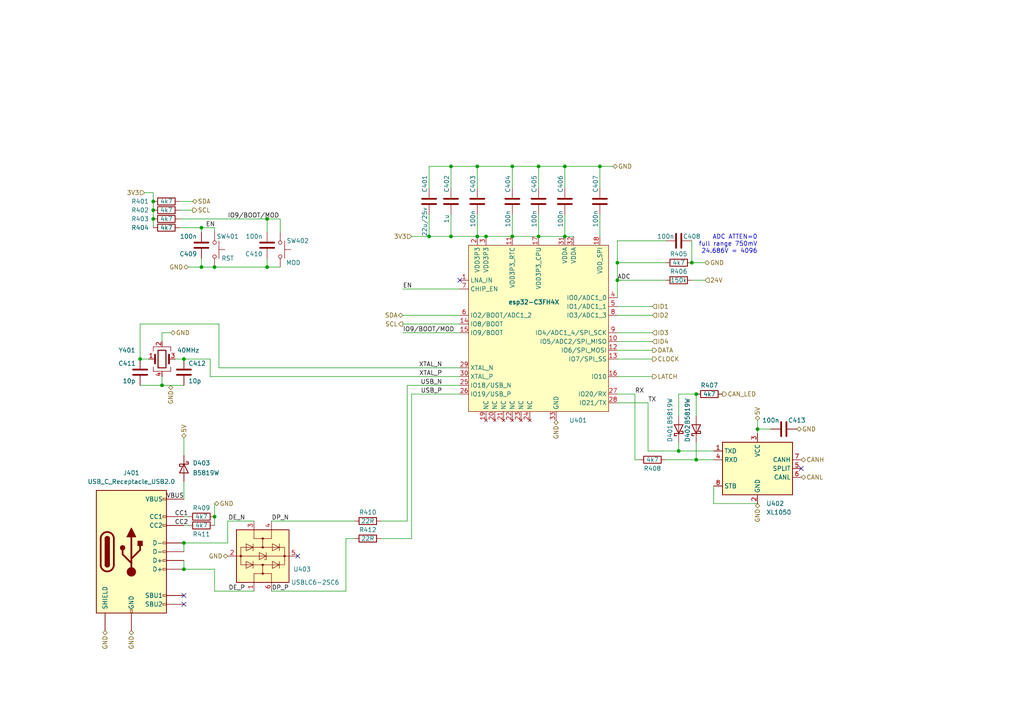
<source format=kicad_sch>
(kicad_sch (version 20211123) (generator eeschema)
  (paper "A4")
  (title_block (title "WormControl-Relay15x5t15-ControlUI") (date "2024-12-19") (rev "0.1") (company "makerspace.lt"))
  (lib_symbols
    (symbol "-local:esp32-C3FH4X"
      (property "Reference" "U" (at 30.48 -53.34 0))
      (property "Value" "esp32-C3FH4X" (at 35.56 -50.8 0))
      (symbol "esp32-C3FH4X_0_1"
        (rectangle (start 0 0) (end 40.64 -48.26) (fill (type background)))
      )
      (symbol "esp32-C3FH4X_1_1"
        (pin input line (at -2.54 -10.16 0) (length 2.54) (name "LNA_IN") (number "1"))
        (pin bidirectional line (at 43.18 -27.94 180) (length 2.54) (name "IO5/ADC2/SPI_MISO") (number "10"))
        (pin power_in line (at 12.7 2.54 270) (length 2.54) (name "VDD3P3_RTC") (number "11"))
        (pin bidirectional line (at 43.18 -30.48 180) (length 2.54) (name "IO6/SPI_MOSI") (number "12"))
        (pin bidirectional line (at 43.18 -33.02 180) (length 2.54) (name "IO7/SPI_SS") (number "13"))
        (pin bidirectional line (at -2.54 -22.86 0) (length 2.54) (name "IO8/BOOT") (number "14"))
        (pin bidirectional line (at -2.54 -25.4 0) (length 2.54) (name "IO9/BOOT") (number "15"))
        (pin bidirectional line (at 43.18 -38.1 180) (length 2.54) (name "IO10") (number "16"))
        (pin power_in line (at 20.32 2.54 270) (length 2.54) (name "VDD3P3_CPU") (number "17"))
        (pin power_out line (at 38.1 2.54 270) (length 2.54) (name "VDD_SPI") (number "18"))
        (pin no_connect line (at 5.08 -50.8 90) (length 2.54) (name "NC") (number "19"))
        (pin power_in line (at 2.54 2.54 270) (length 2.54) (name "VDD3P3") (number "2"))
        (pin no_connect line (at 7.62 -50.8 90) (length 2.54) (name "NC") (number "20"))
        (pin no_connect line (at 10.16 -50.8 90) (length 2.54) (name "NC") (number "21"))
        (pin no_connect line (at 12.7 -50.8 90) (length 2.54) (name "NC") (number "22"))
        (pin no_connect line (at 15.24 -50.8 90) (length 2.54) (name "NC") (number "23"))
        (pin no_connect line (at 17.78 -50.8 90) (length 2.54) (name "NC") (number "24"))
        (pin bidirectional line (at -2.54 -40.64 0) (length 2.54) (name "IO18/USB_N") (number "25"))
        (pin bidirectional line (at -2.54 -43.18 0) (length 2.54) (name "IO19/USB_P") (number "26"))
        (pin bidirectional line (at 43.18 -43.18 180) (length 2.54) (name "IO20/RX") (number "27"))
        (pin bidirectional line (at 43.18 -45.72 180) (length 2.54) (name "IO21/TX") (number "28"))
        (pin bidirectional line (at -2.54 -35.56 0) (length 2.54) (name "XTAL_N") (number "29"))
        (pin power_in line (at 5.08 2.54 270) (length 2.54) (name "VDD3P3") (number "3"))
        (pin bidirectional line (at -2.54 -38.1 0) (length 2.54) (name "XTAL_P") (number "30"))
        (pin power_in line (at 27.94 2.54 270) (length 2.54) (name "VDDA") (number "31"))
        (pin power_in line (at 30.48 2.54 270) (length 2.54) (name "VDDA") (number "32"))
        (pin input line (at 25.4 -50.8 90) (length 2.54) (name "GND") (number "33"))
        (pin bidirectional line (at 43.18 -15.24 180) (length 2.54) (name "IO0/ADC1_0") (number "4"))
        (pin bidirectional line (at 43.18 -17.78 180) (length 2.54) (name "IO1/ADC1_1") (number "5"))
        (pin bidirectional line (at -2.54 -20.32 0) (length 2.54) (name "IO2/BOOT/ADC1_2") (number "6"))
        (pin input line (at -2.54 -12.7 0) (length 2.54) (name "CHIP_EN") (number "7"))
        (pin bidirectional line (at 43.18 -20.32 180) (length 2.54) (name "IO3/ADC1_3") (number "8"))
        (pin bidirectional line (at 43.18 -25.4 180) (length 2.54) (name "IO4/ADC1_4/SPI_SCK") (number "9"))
      )
    )
    (symbol "Connector:USB_C_Receptacle_USB2.0" (pin_numbers hide) (pin_names (offset 1.016))
      (property "Reference" "J" (at -10.16 19.05 0))
      (property "Value" "USB_C_Receptacle_USB2.0" (at 19.05 19.05 0))
      (symbol "USB_C_Receptacle_USB2.0_0_0"
        (rectangle (start -0.254 -17.78) (end 0.254 -16.764))
        (rectangle (start 10.16 -14.986) (end 9.144 -15.494))
        (rectangle (start 10.16 -12.446) (end 9.144 -12.954))
        (rectangle (start 10.16 -4.826) (end 9.144 -5.334))
        (rectangle (start 10.16 -2.286) (end 9.144 -2.794))
        (rectangle (start 10.16 0.254) (end 9.144 -0.254))
        (rectangle (start 10.16 2.794) (end 9.144 2.286))
        (rectangle (start 10.16 7.874) (end 9.144 7.366))
        (rectangle (start 10.16 10.414) (end 9.144 9.906))
        (rectangle (start 10.16 15.494) (end 9.144 14.986))
      )
      (symbol "USB_C_Receptacle_USB2.0_0_1"
        (rectangle (start -10.16 17.78) (end 10.16 -17.78) (stroke (width 0.254)) (fill (type background)))
        (arc (start -8.89 -3.81) (mid -6.985 -5.715) (end -5.08 -3.81) (stroke (width 0.508)))
        (arc (start -7.62 -3.81) (mid -6.985 -4.445) (end -6.35 -3.81) (stroke (width 0.254)))
        (arc (start -7.62 -3.81) (mid -6.985 -4.445) (end -6.35 -3.81) (stroke (width 0.254)) (fill (type outline)))
        (rectangle (start -7.62 -3.81) (end -6.35 3.81) (stroke (width 0.254)) (fill (type outline)))
        (arc (start -6.35 3.81) (mid -6.985 4.445) (end -7.62 3.81) (stroke (width 0.254)))
        (arc (start -6.35 3.81) (mid -6.985 4.445) (end -7.62 3.81) (stroke (width 0.254)) (fill (type outline)))
        (arc (start -5.08 3.81) (mid -6.985 5.715) (end -8.89 3.81) (stroke (width 0.508)))
        (circle (center -2.54 1.143) (radius 0.635) (stroke (width 0.254)) (fill (type outline)))
        (circle (center 0 -5.842) (radius 1.27) (fill (type outline)))
        (polyline (pts (xy -8.89 -3.81) (xy -8.89 3.81)) (stroke (width 0.508)))
        (polyline (pts (xy -5.08 3.81) (xy -5.08 -3.81)) (stroke (width 0.508)))
        (polyline (pts (xy 0 -5.842) (xy 0 4.318)) (stroke (width 0.508)))
        (polyline (pts (xy 0 -3.302) (xy -2.54 -0.762) (xy -2.54 0.508)) (stroke (width 0.508)))
        (polyline (pts (xy 0 -2.032) (xy 2.54 0.508) (xy 2.54 1.778)) (stroke (width 0.508)))
        (polyline (pts (xy -1.27 4.318) (xy 0 6.858) (xy 1.27 4.318) (xy -1.27 4.318)) (stroke (width 0.254)) (fill (type outline)))
        (rectangle (start 1.905 1.778) (end 3.175 3.048) (stroke (width 0.254)) (fill (type outline)))
      )
      (symbol "USB_C_Receptacle_USB2.0_1_1"
        (pin passive line (at 0 -22.86 90) (length 5.08) (name "GND") (number "A1"))
        (pin passive line (at 0 -22.86 90) (length 5.08) hide (name "GND") (number "A12"))
        (pin passive line (at 15.24 15.24 180) (length 5.08) (name "VBUS") (number "A4"))
        (pin bidirectional line (at 15.24 10.16 180) (length 5.08) (name "CC1") (number "A5"))
        (pin bidirectional line (at 15.24 -2.54 180) (length 5.08) (name "D+") (number "A6"))
        (pin bidirectional line (at 15.24 2.54 180) (length 5.08) (name "D-") (number "A7"))
        (pin bidirectional line (at 15.24 -12.7 180) (length 5.08) (name "SBU1") (number "A8"))
        (pin passive line (at 15.24 15.24 180) (length 5.08) hide (name "VBUS") (number "A9"))
        (pin passive line (at 0 -22.86 90) (length 5.08) hide (name "GND") (number "B1"))
        (pin passive line (at 0 -22.86 90) (length 5.08) hide (name "GND") (number "B12"))
        (pin passive line (at 15.24 15.24 180) (length 5.08) hide (name "VBUS") (number "B4"))
        (pin bidirectional line (at 15.24 7.62 180) (length 5.08) (name "CC2") (number "B5"))
        (pin bidirectional line (at 15.24 -5.08 180) (length 5.08) (name "D+") (number "B6"))
        (pin bidirectional line (at 15.24 0 180) (length 5.08) (name "D-") (number "B7"))
        (pin bidirectional line (at 15.24 -15.24 180) (length 5.08) (name "SBU2") (number "B8"))
        (pin passive line (at 15.24 15.24 180) (length 5.08) hide (name "VBUS") (number "B9"))
        (pin passive line (at -7.62 -22.86 90) (length 5.08) (name "SHIELD") (number "S1"))
      )
    )
    (symbol "Device:C" (pin_numbers hide) (pin_names (offset 0.254))
      (property "Reference" "C" (at 0.635 2.54 0))
      (property "Value" "C" (at 0.635 -2.54 0))
      (symbol "C_0_1"
        (polyline (pts (xy -2.032 -0.762) (xy 2.032 -0.762)) (stroke (width 0.508)))
        (polyline (pts (xy -2.032 0.762) (xy 2.032 0.762)) (stroke (width 0.508)))
      )
      (symbol "C_1_1"
        (pin passive line (at 0 3.81 270) (length 2.794) (name "~") (number "1"))
        (pin passive line (at 0 -3.81 90) (length 2.794) (name "~") (number "2"))
      )
    )
    (symbol "Device:Crystal_GND24" (pin_names (offset 1.016) hide)
      (property "Reference" "Y" (at 3.175 5.08 0))
      (property "Value" "Crystal_GND24" (at 3.175 3.175 0))
      (symbol "Crystal_GND24_0_1"
        (rectangle (start -1.143 2.54) (end 1.143 -2.54) (stroke (width 0.3048)))
        (polyline (pts (xy -2.54 0) (xy -2.032 0)))
        (polyline (pts (xy -2.032 -1.27) (xy -2.032 1.27)) (stroke (width 0.508)))
        (polyline (pts (xy 0 -3.81) (xy 0 -3.556)))
        (polyline (pts (xy 0 3.556) (xy 0 3.81)))
        (polyline (pts (xy 2.032 -1.27) (xy 2.032 1.27)) (stroke (width 0.508)))
        (polyline (pts (xy 2.032 0) (xy 2.54 0)))
        (polyline (pts (xy -2.54 -2.286) (xy -2.54 -3.556) (xy 2.54 -3.556) (xy 2.54 -2.286)))
        (polyline (pts (xy -2.54 2.286) (xy -2.54 3.556) (xy 2.54 3.556) (xy 2.54 2.286)))
      )
      (symbol "Crystal_GND24_1_1"
        (pin passive line (at -3.81 0 0) (length 1.27) (name "1") (number "1"))
        (pin passive line (at 0 5.08 270) (length 1.27) (name "2") (number "2"))
        (pin passive line (at 3.81 0 180) (length 1.27) (name "3") (number "3"))
        (pin passive line (at 0 -5.08 90) (length 1.27) (name "4") (number "4"))
      )
    )
    (symbol "Device:D_Schottky" (pin_numbers hide) (pin_names (offset 1.016) hide)
      (property "Reference" "D" (at 0 2.54 0))
      (property "Value" "D_Schottky" (at 0 -2.54 0))
      (symbol "D_Schottky_0_1"
        (polyline (pts (xy 1.27 0) (xy -1.27 0)))
        (polyline (pts (xy 1.27 1.27) (xy 1.27 -1.27) (xy -1.27 0) (xy 1.27 1.27)) (stroke (width 0.254)))
        (polyline (pts (xy -1.905 0.635) (xy -1.905 1.27) (xy -1.27 1.27) (xy -1.27 -1.27) (xy -0.635 -1.27) (xy -0.635 -0.635)) (stroke (width 0.254)))
      )
      (symbol "D_Schottky_1_1"
        (pin passive line (at -3.81 0 0) (length 2.54) (name "K") (number "1"))
        (pin passive line (at 3.81 0 180) (length 2.54) (name "A") (number "2"))
      )
    )
    (symbol "Device:R" (pin_numbers hide) (pin_names (offset 0))
      (property "Reference" "R" (at 2.032 0 90))
      (property "Value" "R" (at 0 0 90))
      (symbol "R_0_1"
        (rectangle (start -1.016 -2.54) (end 1.016 2.54) (stroke (width 0.254)))
      )
      (symbol "R_1_1"
        (pin passive line (at 0 3.81 270) (length 1.27) (name "~") (number "1"))
        (pin passive line (at 0 -3.81 90) (length 1.27) (name "~") (number "2"))
      )
    )
    (symbol "Interface_CAN_LIN:TJA1042T"
      (property "Reference" "U" (at -10.16 8.89 0))
      (property "Value" "TJA1042T" (at 1.27 8.89 0))
      (symbol "TJA1042T_0_1"
        (rectangle (start -10.16 7.62) (end 10.16 -7.62) (stroke (width 0.254)) (fill (type background)))
      )
      (symbol "TJA1042T_1_1"
        (pin input line (at -12.7 5.08 0) (length 2.54) (name "TXD") (number "1"))
        (pin power_in line (at 0 -10.16 90) (length 2.54) (name "GND") (number "2"))
        (pin power_in line (at 0 10.16 270) (length 2.54) (name "VCC") (number "3"))
        (pin output line (at -12.7 2.54 0) (length 2.54) (name "RXD") (number "4"))
        (pin power_out line (at 12.7 0 180) (length 2.54) (name "SPLIT") (number "5"))
        (pin bidirectional line (at 12.7 -2.54 180) (length 2.54) (name "CANL") (number "6"))
        (pin bidirectional line (at 12.7 2.54 180) (length 2.54) (name "CANH") (number "7"))
        (pin input line (at -12.7 -5.08 0) (length 2.54) (name "STB") (number "8"))
      )
    )
    (symbol "Power_Protection:USBLC6-2SC6" (pin_names hide)
      (property "Reference" "U" (at 2.54 8.89 0))
      (property "Value" "USBLC6-2SC6" (at 2.54 -8.89 0))
      (symbol "USBLC6-2SC6_0_1"
        (rectangle (start -7.62 -7.62) (end 7.62 7.62) (stroke (width 0.254)) (fill (type background)))
        (circle (center -5.08 0) (radius 0.254) (fill (type outline)))
        (circle (center -2.54 0) (radius 0.254) (fill (type outline)))
        (rectangle (start -2.54 6.35) (end 2.54 -6.35))
        (circle (center 0 -6.35) (radius 0.254) (fill (type outline)))
        (polyline (pts (xy -5.08 -2.54) (xy -7.62 -2.54)))
        (polyline (pts (xy -5.08 0) (xy -5.08 -2.54)))
        (polyline (pts (xy -5.08 2.54) (xy -7.62 2.54)))
        (polyline (pts (xy -1.524 -2.794) (xy -3.556 -2.794)))
        (polyline (pts (xy -1.524 4.826) (xy -3.556 4.826)))
        (polyline (pts (xy 0 -7.62) (xy 0 -6.35)))
        (polyline (pts (xy 0 -6.35) (xy 0 1.27)))
        (polyline (pts (xy 0 1.27) (xy 0 6.35)))
        (polyline (pts (xy 0 6.35) (xy 0 7.62)))
        (polyline (pts (xy 1.524 -2.794) (xy 3.556 -2.794)))
        (polyline (pts (xy 1.524 4.826) (xy 3.556 4.826)))
        (polyline (pts (xy 5.08 -2.54) (xy 7.62 -2.54)))
        (polyline (pts (xy 5.08 0) (xy 5.08 -2.54)))
        (polyline (pts (xy 5.08 2.54) (xy 7.62 2.54)))
        (polyline (pts (xy -2.54 0) (xy -5.08 0) (xy -5.08 2.54)))
        (polyline (pts (xy 2.54 0) (xy 5.08 0) (xy 5.08 2.54)))
        (polyline (pts (xy -3.556 -4.826) (xy -1.524 -4.826) (xy -2.54 -2.794) (xy -3.556 -4.826)))
        (polyline (pts (xy -3.556 2.794) (xy -1.524 2.794) (xy -2.54 4.826) (xy -3.556 2.794)))
        (polyline (pts (xy -1.016 -1.016) (xy 1.016 -1.016) (xy 0 1.016) (xy -1.016 -1.016)))
        (polyline (pts (xy 1.016 1.016) (xy 0.762 1.016) (xy -1.016 1.016) (xy -1.016 0.508)))
        (polyline (pts (xy 3.556 -4.826) (xy 1.524 -4.826) (xy 2.54 -2.794) (xy 3.556 -4.826)))
        (polyline (pts (xy 3.556 2.794) (xy 1.524 2.794) (xy 2.54 4.826) (xy 3.556 2.794)))
        (circle (center 0 6.35) (radius 0.254) (fill (type outline)))
        (circle (center 2.54 0) (radius 0.254) (fill (type outline)))
        (circle (center 5.08 0) (radius 0.254) (fill (type outline)))
      )
      (symbol "USBLC6-2SC6_1_1"
        (pin passive line (at -10.16 -2.54 0) (length 2.54) (name "I/O1") (number "1"))
        (pin passive line (at 0 -10.16 90) (length 2.54) (name "GND") (number "2"))
        (pin passive line (at 10.16 -2.54 180) (length 2.54) (name "I/O2") (number "3"))
        (pin passive line (at 10.16 2.54 180) (length 2.54) (name "I/O2") (number "4"))
        (pin passive line (at 0 10.16 270) (length 2.54) (name "VBUS") (number "5"))
        (pin passive line (at -10.16 2.54 0) (length 2.54) (name "I/O1") (number "6"))
      )
    )
    (symbol "Switch:SW_Push" (pin_numbers hide) (pin_names (offset 1.016) hide)
      (property "Reference" "SW" (at 1.27 2.54 0))
      (property "Value" "SW_Push" (at 0 -1.524 0))
      (symbol "SW_Push_0_1"
        (circle (center -2.032 0) (radius 0.508))
        (polyline (pts (xy 0 1.27) (xy 0 3.048)))
        (polyline (pts (xy 2.54 1.27) (xy -2.54 1.27)))
        (circle (center 2.032 0) (radius 0.508))
        (pin passive line (at -5.08 0 0) (length 2.54) (name "1") (number "1"))
        (pin passive line (at 5.08 0 180) (length 2.54) (name "2") (number "2"))
      )
    )
  )
  (junction (at 219.71 124.46))
  (junction (at 200.66 76.2))
  (junction (at 40.64 104.14))
  (junction (at 77.47 63.5))
  (junction (at 179.07 76.2))
  (junction (at 156.21 68.58))
  (junction (at 163.83 48.26))
  (junction (at 58.42 66.04))
  (junction (at 138.43 68.58))
  (junction (at 201.93 133.35))
  (junction (at 148.59 48.26))
  (junction (at 44.45 60.96))
  (junction (at 201.93 114.3))
  (junction (at 62.23 77.47))
  (junction (at 163.83 68.58))
  (junction (at 53.34 165.1))
  (junction (at 130.81 68.58))
  (junction (at 44.45 58.42))
  (junction (at 77.47 77.47))
  (junction (at 196.85 130.81))
  (junction (at 62.23 149.86))
  (junction (at 140.97 68.58))
  (junction (at 148.59 68.58))
  (junction (at 46.99 111.76))
  (junction (at 173.99 48.26))
  (junction (at 44.45 63.5))
  (junction (at 138.43 48.26))
  (junction (at 53.34 104.14))
  (junction (at 130.81 48.26))
  (junction (at 53.34 157.48))
  (junction (at 156.21 48.26))
  (junction (at 124.46 68.58))
  (junction (at 58.42 77.47))
  (junction (at 179.07 81.28))
  (no_connect (at 232.41 135.89))
  (no_connect (at 53.34 172.72))
  (no_connect (at 53.34 175.26))
  (no_connect (at 133.35 81.28))
  (no_connect (at 86.36 161.29))
  (wire (pts (xy 53.34 139.7) (xy 53.34 144.78)))
  (wire (pts (xy 110.49 151.13) (xy 118.11 151.13)))
  (wire (pts (xy 207.01 146.05) (xy 219.71 146.05)))
  (wire (pts (xy 116.84 93.98) (xy 133.35 93.98)))
  (wire (pts (xy 116.84 91.44) (xy 133.35 91.44)))
  (wire (pts (xy 63.5 106.68) (xy 63.5 93.98)))
  (wire (pts (xy 200.66 69.85) (xy 200.66 76.2)))
  (wire (pts (xy 52.07 63.5) (xy 77.47 63.5)))
  (wire (pts (xy 184.15 133.35) (xy 185.42 133.35)))
  (wire (pts (xy 163.83 62.23) (xy 163.83 68.58)))
  (wire (pts (xy 184.15 114.3) (xy 179.07 114.3)))
  (wire (pts (xy 63.5 106.68) (xy 133.35 106.68)))
  (wire (pts (xy 78.74 151.13) (xy 102.87 151.13)))
  (wire (pts (xy 189.23 96.52) (xy 179.07 96.52)))
  (wire (pts (xy 156.21 62.23) (xy 156.21 68.58)))
  (wire (pts (xy 52.07 66.04) (xy 58.42 66.04)))
  (wire (pts (xy 100.33 171.45) (xy 100.33 156.21)))
  (wire (pts (xy 189.23 104.14) (xy 179.07 104.14)))
  (wire (pts (xy 44.45 63.5) (xy 44.45 66.04)))
  (wire (pts (xy 46.99 96.52) (xy 49.53 96.52)))
  (wire (pts (xy 138.43 68.58) (xy 138.43 62.23)))
  (wire (pts (xy 140.97 68.58) (xy 148.59 68.58)))
  (wire (pts (xy 81.28 63.5) (xy 81.28 67.31)))
  (wire (pts (xy 124.46 48.26) (xy 130.81 48.26)))
  (wire (pts (xy 62.23 146.05) (xy 62.23 149.86)))
  (wire (pts (xy 201.93 114.3) (xy 201.93 120.65)))
  (wire (pts (xy 44.45 58.42) (xy 44.45 60.96)))
  (wire (pts (xy 77.47 63.5) (xy 77.47 67.31)))
  (wire (pts (xy 77.47 77.47) (xy 81.28 77.47)))
  (wire (pts (xy 66.04 157.48) (xy 53.34 157.48)))
  (wire (pts (xy 196.85 114.3) (xy 196.85 120.65)))
  (wire (pts (xy 163.83 54.61) (xy 163.83 48.26)))
  (wire (pts (xy 193.04 76.2) (xy 179.07 76.2)))
  (wire (pts (xy 179.07 81.28) (xy 179.07 76.2)))
  (wire (pts (xy 201.93 114.3) (xy 196.85 114.3)))
  (wire (pts (xy 196.85 128.27) (xy 196.85 130.81)))
  (wire (pts (xy 62.23 171.45) (xy 62.23 165.1)))
  (wire (pts (xy 58.42 74.93) (xy 58.42 77.47)))
  (wire (pts (xy 148.59 68.58) (xy 156.21 68.58)))
  (wire (pts (xy 124.46 54.61) (xy 124.46 48.26)))
  (wire (pts (xy 58.42 67.31) (xy 58.42 66.04)))
  (wire (pts (xy 173.99 54.61) (xy 173.99 48.26)))
  (wire (pts (xy 196.85 130.81) (xy 207.01 130.81)))
  (wire (pts (xy 156.21 48.26) (xy 156.21 54.61)))
  (wire (pts (xy 100.33 156.21) (xy 102.87 156.21)))
  (wire (pts (xy 119.38 156.21) (xy 119.38 114.3)))
  (wire (pts (xy 219.71 121.92) (xy 219.71 124.46)))
  (wire (pts (xy 55.88 60.96) (xy 52.07 60.96)))
  (wire (pts (xy 173.99 48.26) (xy 163.83 48.26)))
  (wire (pts (xy 124.46 62.23) (xy 124.46 68.58)))
  (wire (pts (xy 200.66 81.28) (xy 204.47 81.28)))
  (wire (pts (xy 40.64 93.98) (xy 40.64 104.14)))
  (wire (pts (xy 130.81 68.58) (xy 138.43 68.58)))
  (wire (pts (xy 201.93 128.27) (xy 201.93 133.35)))
  (wire (pts (xy 77.47 63.5) (xy 81.28 63.5)))
  (wire (pts (xy 119.38 114.3) (xy 133.35 114.3)))
  (wire (pts (xy 44.45 55.88) (xy 44.45 58.42)))
  (wire (pts (xy 138.43 48.26) (xy 138.43 54.61)))
  (wire (pts (xy 40.64 111.76) (xy 46.99 111.76)))
  (wire (pts (xy 41.91 55.88) (xy 44.45 55.88)))
  (wire (pts (xy 73.66 171.45) (xy 62.23 171.45)))
  (wire (pts (xy 116.84 96.52) (xy 133.35 96.52)))
  (wire (pts (xy 53.34 127) (xy 53.34 132.08)))
  (wire (pts (xy 189.23 109.22) (xy 179.07 109.22)))
  (wire (pts (xy 60.96 109.22) (xy 60.96 104.14)))
  (wire (pts (xy 60.96 109.22) (xy 133.35 109.22)))
  (wire (pts (xy 63.5 93.98) (xy 40.64 93.98)))
  (wire (pts (xy 62.23 149.86) (xy 62.23 152.4)))
  (wire (pts (xy 118.11 111.76) (xy 118.11 151.13)))
  (wire (pts (xy 200.66 76.2) (xy 204.47 76.2)))
  (wire (pts (xy 156.21 48.26) (xy 148.59 48.26)))
  (wire (pts (xy 179.07 69.85) (xy 179.07 76.2)))
  (wire (pts (xy 50.8 104.14) (xy 53.34 104.14)))
  (wire (pts (xy 119.38 68.58) (xy 124.46 68.58)))
  (wire (pts (xy 219.71 124.46) (xy 223.52 124.46)))
  (wire (pts (xy 118.11 111.76) (xy 133.35 111.76)))
  (wire (pts (xy 184.15 114.3) (xy 184.15 133.35)))
  (wire (pts (xy 207.01 140.97) (xy 207.01 146.05)))
  (wire (pts (xy 46.99 111.76) (xy 53.34 111.76)))
  (wire (pts (xy 173.99 48.26) (xy 177.8 48.26)))
  (wire (pts (xy 148.59 48.26) (xy 138.43 48.26)))
  (wire (pts (xy 193.04 133.35) (xy 201.93 133.35)))
  (wire (pts (xy 62.23 77.47) (xy 77.47 77.47)))
  (wire (pts (xy 58.42 66.04) (xy 62.23 66.04)))
  (wire (pts (xy 187.96 116.84) (xy 187.96 130.81)))
  (wire (pts (xy 189.23 99.06) (xy 179.07 99.06)))
  (wire (pts (xy 196.85 130.81) (xy 187.96 130.81)))
  (wire (pts (xy 55.88 58.42) (xy 52.07 58.42)))
  (wire (pts (xy 40.64 104.14) (xy 43.18 104.14)))
  (wire (pts (xy 54.61 152.4) (xy 53.34 152.4)))
  (wire (pts (xy 130.81 48.26) (xy 138.43 48.26)))
  (wire (pts (xy 130.81 48.26) (xy 130.81 54.61)))
  (wire (pts (xy 54.61 77.47) (xy 58.42 77.47)))
  (wire (pts (xy 193.04 81.28) (xy 179.07 81.28)))
  (wire (pts (xy 53.34 157.48) (xy 53.34 160.02)))
  (wire (pts (xy 189.23 91.44) (xy 179.07 91.44)))
  (wire (pts (xy 189.23 101.6) (xy 179.07 101.6)))
  (wire (pts (xy 148.59 62.23) (xy 148.59 68.58)))
  (wire (pts (xy 163.83 48.26) (xy 156.21 48.26)))
  (wire (pts (xy 148.59 48.26) (xy 148.59 54.61)))
  (wire (pts (xy 201.93 133.35) (xy 207.01 133.35)))
  (wire (pts (xy 130.81 62.23) (xy 130.81 68.58)))
  (wire (pts (xy 163.83 68.58) (xy 166.37 68.58)))
  (wire (pts (xy 58.42 77.47) (xy 62.23 77.47)))
  (wire (pts (xy 187.96 116.84) (xy 179.07 116.84)))
  (wire (pts (xy 46.99 99.06) (xy 46.99 96.52)))
  (wire (pts (xy 53.34 162.56) (xy 53.34 165.1)))
  (wire (pts (xy 62.23 67.31) (xy 62.23 66.04)))
  (wire (pts (xy 54.61 149.86) (xy 53.34 149.86)))
  (wire (pts (xy 173.99 62.23) (xy 173.99 68.58)))
  (wire (pts (xy 116.84 83.82) (xy 133.35 83.82)))
  (wire (pts (xy 110.49 156.21) (xy 119.38 156.21)))
  (wire (pts (xy 189.23 88.9) (xy 179.07 88.9)))
  (wire (pts (xy 73.66 151.13) (xy 66.04 151.13)))
  (wire (pts (xy 77.47 74.93) (xy 77.47 77.47)))
  (wire (pts (xy 44.45 60.96) (xy 44.45 63.5)))
  (wire (pts (xy 62.23 165.1) (xy 53.34 165.1)))
  (wire (pts (xy 140.97 68.58) (xy 138.43 68.58)))
  (wire (pts (xy 46.99 109.22) (xy 46.99 111.76)))
  (wire (pts (xy 193.04 69.85) (xy 179.07 69.85)))
  (wire (pts (xy 78.74 171.45) (xy 100.33 171.45)))
  (wire (pts (xy 179.07 81.28) (xy 179.07 86.36)))
  (wire (pts (xy 66.04 151.13) (xy 66.04 157.48)))
  (wire (pts (xy 219.71 124.46) (xy 219.71 125.73)))
  (wire (pts (xy 156.21 68.58) (xy 163.83 68.58)))
  (wire (pts (xy 124.46 68.58) (xy 130.81 68.58)))
  (wire (pts (xy 60.96 104.14) (xy 53.34 104.14)))
  (text "ADC ATTEN=0\nfull range 750mV\n24.686V = 4096" (at 219.71 73.66 180) (effects (font (size 1.27 1.27)) (justify right bottom)))
  (label "VBUS" (at 53.34 144.78 180))
  (label "USB_N" (at 128.27 111.76 180))
  (label "XTAL_N" (at 128.27 106.68 180))
  (label "DP_P" (at 83.82 171.45 180))
  (label "ADC" (at 179.07 81.28 0))
  (label "XTAL_P" (at 128.27 109.22 180))
  (label "EN" (at 116.84 83.82 0))
  (label "CC2" (at 54.61 152.4 180))
  (label "DE_N" (at 71.12 151.13 180))
  (label "RX" (at 184.15 114.3 0))
  (label "USB_P" (at 128.27 114.3 180))
  (label "CC1" (at 54.61 149.86 180))
  (label "DP_N" (at 83.82 151.13 180))
  (label "IO9{slash}BOOT{slash}MOD" (at 66.04 63.5 0))
  (label "TX" (at 187.96 116.84 0))
  (label "DE_P" (at 71.12 171.45 180))
  (label "EN" (at 59.69 66.04 0))
  (label "IO9{slash}BOOT{slash}MOD" (at 116.84 96.52 0))
  (hierarchical_label "24V" (shape input) (at 204.47 81.28 0))
  (hierarchical_label "GND" (shape bidirectional) (at 66.04 161.29 180))
  (hierarchical_label "3V3" (shape input) (at 119.38 68.58 180))
  (hierarchical_label "5V" (shape bidirectional) (at 219.71 121.92 90))
  (hierarchical_label "GND" (shape bidirectional) (at 54.61 77.47 180))
  (hierarchical_label "3V3" (shape input) (at 41.91 55.88 180))
  (hierarchical_label "GND" (shape bidirectional) (at 62.23 146.05 0))
  (hierarchical_label "CAN_LED" (shape output) (at 209.55 114.3 0))
  (hierarchical_label "SCL" (shape output) (at 55.88 60.96 0))
  (hierarchical_label "GND" (shape bidirectional) (at 38.1 182.88 270))
  (hierarchical_label "GND" (shape bidirectional) (at 161.29 121.92 270))
  (hierarchical_label "DATA" (shape output) (at 189.23 101.6 0))
  (hierarchical_label "ID3" (shape input) (at 189.23 96.52 0))
  (hierarchical_label "GND" (shape bidirectional) (at 49.53 111.76 270))
  (hierarchical_label "SDA" (shape bidirectional) (at 116.84 91.44 180))
  (hierarchical_label "CANH" (shape bidirectional) (at 232.41 133.35 0))
  (hierarchical_label "LATCH" (shape output) (at 189.23 109.22 0))
  (hierarchical_label "SDA" (shape bidirectional) (at 55.88 58.42 0))
  (hierarchical_label "5V" (shape bidirectional) (at 53.34 127 90))
  (hierarchical_label "CANL" (shape bidirectional) (at 232.41 138.43 0))
  (hierarchical_label "GND" (shape bidirectional) (at 177.8 48.26 0))
  (hierarchical_label "GND" (shape bidirectional) (at 204.47 76.2 0))
  (hierarchical_label "CLOCK" (shape output) (at 189.23 104.14 0))
  (hierarchical_label "ID1" (shape input) (at 189.23 88.9 0))
  (hierarchical_label "ID4" (shape input) (at 189.23 99.06 0))
  (hierarchical_label "GND" (shape bidirectional) (at 231.14 124.46 0))
  (hierarchical_label "GND" (shape bidirectional) (at 49.53 96.52 0))
  (hierarchical_label "GND" (shape bidirectional) (at 219.71 146.05 270))
  (hierarchical_label "GND" (shape bidirectional) (at 30.48 182.88 270))
  (hierarchical_label "ID2" (shape input) (at 189.23 91.44 0))
  (hierarchical_label "SCL" (shape output) (at 116.84 93.98 180))
  (symbol (lib_id "Device:R") (at 48.26 63.5 90) (unit 1)
    (property "Reference" "R403" (at 40.64 63.5 90))
    (property "Value" "4k7" (at 48.26 63.5 90))
    (property "Footprint" "Resistor_SMD:R_0805_2012Metric_Pad1.20x1.40mm_HandSolder" (effects hide))
    (property "jlc-part-type" "B" (effects hide))
    (property "lcsc#" "C17673" (effects hide))
  )
  (symbol (lib_id "Connector:USB_C_Receptacle_USB2.0") (at 38.1 160.02 0) (unit 1)
    (property "Reference" "J401" (at 38.1 137.16 0))
    (property "Value" "USB_C_Receptacle_USB2.0" (at 38.1 139.7 0))
    (property "Footprint" "-local:USB_C_Receptacle_G-Switch_GT-USB-7082G" (effects hide))
    (property "Datasheet" "https://www.lcsc.com/datasheet/lcsc_datasheet_2405271642_G-Switch-GT-USB-7082G_C22383836.pdf" (effects hide))
    (property "jlc-part-type" "E" (effects hide))
    (property "lcsc#" "C22383836" (effects hide))
  )
  (symbol (lib_id "Device:R") (at 205.74 114.3 270) (unit 1)
    (property "Reference" "R407" (at 205.74 111.76 90))
    (property "Value" "4k7" (at 205.74 114.3 90))
    (property "Footprint" "Resistor_SMD:R_0805_2012Metric_Pad1.20x1.40mm_HandSolder" (effects hide))
    (property "jlc-part-type" "B" (effects hide))
    (property "lcsc#" "C17673" (effects hide))
  )
  (symbol (lib_id "Device:R") (at 106.68 156.21 90) (unit 1)
    (property "Reference" "R412" (at 106.68 153.67 90))
    (property "Value" "22R" (at 106.68 156.21 90))
    (property "Footprint" "Resistor_SMD:R_0805_2012Metric_Pad1.20x1.40mm_HandSolder" (effects hide))
    (property "jlc-part-type" "B" (effects hide))
    (property "lcsc#" "C17561" (effects hide))
  )
  (symbol (lib_id "Device:C") (at 173.99 58.42 180) (unit 1)
    (property "Reference" "C407" (at 172.72 50.8 90) (effects (justify left)))
    (property "Value" "100n" (at 172.72 60.96 90) (effects (justify left)))
    (property "Footprint" "Capacitor_SMD:C_0805_2012Metric_Pad1.18x1.45mm_HandSolder" (effects hide))
    (property "Datasheet" "https://www.lcsc.com/datasheet/lcsc_datasheet_2304140030_Samsung-Electro-Mechanics-CL21B104KCFNNNE_C28233.pdf" (effects hide))
    (property "jlc-part-type" "B" (effects hide))
    (property "lcsc#" "C28233" (effects hide))
  )
  (symbol (lib_id "Device:R") (at 106.68 151.13 90) (unit 1)
    (property "Reference" "R410" (at 106.68 148.59 90))
    (property "Value" "22R" (at 106.68 151.13 90))
    (property "Footprint" "Resistor_SMD:R_0805_2012Metric_Pad1.20x1.40mm_HandSolder" (effects hide))
    (property "jlc-part-type" "B" (effects hide))
    (property "lcsc#" "C17561" (effects hide))
  )
  (symbol (lib_id "Device:R") (at 58.42 152.4 270) (unit 1)
    (property "Reference" "R411" (at 58.42 154.94 90))
    (property "Value" "4k7" (at 58.42 152.4 90))
    (property "Footprint" "Resistor_SMD:R_0805_2012Metric_Pad1.20x1.40mm_HandSolder" (effects hide))
    (property "jlc-part-type" "B" (effects hide))
    (property "lcsc#" "C17673" (effects hide))
  )
  (symbol (lib_id "Device:R") (at 196.85 81.28 90) (unit 1)
    (property "Reference" "R406" (at 196.85 78.74 90))
    (property "Value" "150k" (at 196.85 81.28 90))
    (property "Footprint" "Resistor_SMD:R_0805_2012Metric_Pad1.20x1.40mm_HandSolder" (effects hide))
    (property "jlc-part-type" "B" (effects hide))
    (property "lcsc#" "C17470" (effects hide))
  )
  (symbol (lib_id "Device:C") (at 196.85 69.85 90) (unit 1)
    (property "Reference" "C408" (at 203.2 68.58 90) (effects (justify left)))
    (property "Value" "100n" (at 195.58 68.58 90) (effects (justify left)))
    (property "Footprint" "Capacitor_SMD:C_0805_2012Metric_Pad1.18x1.45mm_HandSolder" (effects hide))
    (property "Datasheet" "https://www.lcsc.com/datasheet/lcsc_datasheet_2304140030_Samsung-Electro-Mechanics-CL21B104KCFNNNE_C28233.pdf" (effects hide))
    (property "jlc-part-type" "B" (effects hide))
    (property "lcsc#" "C28233" (effects hide))
  )
  (symbol (lib_id "Device:R") (at 48.26 66.04 90) (unit 1)
    (property "Reference" "R404" (at 40.64 66.04 90))
    (property "Value" "4k7" (at 48.26 66.04 90))
    (property "Footprint" "Resistor_SMD:R_0805_2012Metric_Pad1.20x1.40mm_HandSolder" (effects hide))
    (property "jlc-part-type" "B" (effects hide))
    (property "lcsc#" "C17673" (effects hide))
  )
  (symbol (lib_id "Device:C") (at 148.59 58.42 180) (unit 1)
    (property "Reference" "C404" (at 147.32 50.8 90) (effects (justify left)))
    (property "Value" "100n" (at 147.32 60.96 90) (effects (justify left)))
    (property "Footprint" "Capacitor_SMD:C_0805_2012Metric_Pad1.18x1.45mm_HandSolder" (effects hide))
    (property "Datasheet" "https://www.lcsc.com/datasheet/lcsc_datasheet_2304140030_Samsung-Electro-Mechanics-CL21B104KCFNNNE_C28233.pdf" (effects hide))
    (property "jlc-part-type" "B" (effects hide))
    (property "lcsc#" "C28233" (effects hide))
  )
  (symbol (lib_id "Device:C") (at 163.83 58.42 180) (unit 1)
    (property "Reference" "C406" (at 162.56 50.8 90) (effects (justify left)))
    (property "Value" "100n" (at 162.56 60.96 90) (effects (justify left)))
    (property "Footprint" "Capacitor_SMD:C_0805_2012Metric_Pad1.18x1.45mm_HandSolder" (effects hide))
    (property "Datasheet" "https://www.lcsc.com/datasheet/lcsc_datasheet_2304140030_Samsung-Electro-Mechanics-CL21B104KCFNNNE_C28233.pdf" (effects hide))
    (property "jlc-part-type" "B" (effects hide))
    (property "lcsc#" "C28233" (effects hide))
  )
  (symbol (lib_id "Device:C") (at 138.43 58.42 180) (unit 1)
    (property "Reference" "C403" (at 137.16 50.8 90) (effects (justify left)))
    (property "Value" "100n" (at 137.16 60.96 90) (effects (justify left)))
    (property "Footprint" "Capacitor_SMD:C_0805_2012Metric_Pad1.18x1.45mm_HandSolder" (effects hide))
    (property "Datasheet" "https://www.lcsc.com/datasheet/lcsc_datasheet_2304140030_Samsung-Electro-Mechanics-CL21B104KCFNNNE_C28233.pdf" (effects hide))
    (property "jlc-part-type" "B" (effects hide))
    (property "lcsc#" "C28233" (effects hide))
  )
  (symbol (lib_id "Device:C") (at 58.42 71.12 180) (unit 1)
    (property "Reference" "C409" (at 57.15 73.66 0) (effects (justify left)))
    (property "Value" "100n" (at 57.15 68.58 0) (effects (justify left)))
    (property "Footprint" "Capacitor_SMD:C_0805_2012Metric_Pad1.18x1.45mm_HandSolder" (effects hide))
    (property "Datasheet" "https://www.lcsc.com/datasheet/lcsc_datasheet_2304140030_Samsung-Electro-Mechanics-CL21B104KCFNNNE_C28233.pdf" (effects hide))
    (property "jlc-part-type" "B" (effects hide))
    (property "lcsc#" "C28233" (effects hide))
  )
  (symbol (lib_id "Device:D_Schottky") (at 53.34 135.89 270) (unit 1)
    (property "Reference" "D403" (at 55.88 134.3024 90) (effects (justify left)))
    (property "Value" "B5819W" (at 55.88 137.16 90) (effects (justify left)))
    (property "Footprint" "Diode_SMD:D_SOD-123" (effects hide))
    (property "Datasheet" "https://www.lcsc.com/datasheet/lcsc_datasheet_2304140030_Jiangsu-Changjing-Electronics-Technology-Co---Ltd--B5819W-SL_C8598.pdf" (effects hide))
    (property "jlc-part-type" "B" (effects hide))
    (property "lcsc#" "C8598" (effects hide))
  )
  (symbol (lib_id "Interface_CAN_LIN:TJA1042T") (at 219.71 135.89 0) (unit 1)
    (property "Reference" "U402" (at 222.25 146.05 0) (effects (justify left)))
    (property "Value" "XL1050" (at 222.25 148.59 0) (effects (justify left)))
    (property "Footprint" "Package_SO:SOIC-8_3.9x4.9mm_P1.27mm" (effects hide))
    (property "Datasheet" "https://www.lcsc.com/datasheet/lcsc_datasheet_2309141025_XINLUDA-XL1050_C609746.pdf" (effects hide))
    (property "jlc-part-type" "E" (effects hide))
    (property "lcsc#" "C609746" (effects hide))
  )
  (symbol (lib_id "Device:C") (at 53.34 107.95 0) (unit 1)
    (property "Reference" "C412" (at 54.61 105.41 0) (effects (justify left)))
    (property "Value" "10p" (at 54.61 110.49 0) (effects (justify left)))
    (property "Footprint" "Capacitor_SMD:C_0805_2012Metric_Pad1.18x1.45mm_HandSolder" (effects hide))
    (property "Datasheet" "https://www.lcsc.com/datasheet/lcsc_datasheet_2304140030_Samsung-Electro-Mechanics-CL10C100JB8NNNC_C1634.pdf" (effects hide))
    (property "jlc-part-type" "B" (effects hide))
    (property "lcsc#" "C1634" (effects hide))
  )
  (symbol (lib_id "Device:C") (at 77.47 71.12 180) (unit 1)
    (property "Reference" "C410" (at 76.2 73.66 0) (effects (justify left)))
    (property "Value" "100n" (at 76.2 68.58 0) (effects (justify left)))
    (property "Footprint" "Capacitor_SMD:C_0805_2012Metric_Pad1.18x1.45mm_HandSolder" (effects hide))
    (property "Datasheet" "https://www.lcsc.com/datasheet/lcsc_datasheet_2304140030_Samsung-Electro-Mechanics-CL21B104KCFNNNE_C28233.pdf" (effects hide))
    (property "jlc-part-type" "B" (effects hide))
    (property "lcsc#" "C28233" (effects hide))
  )
  (symbol (lib_id "Device:R") (at 48.26 60.96 90) (unit 1)
    (property "Reference" "R402" (at 40.64 60.96 90))
    (property "Value" "4k7" (at 48.26 60.96 90))
    (property "Footprint" "Resistor_SMD:R_0805_2012Metric_Pad1.20x1.40mm_HandSolder" (effects hide))
    (property "jlc-part-type" "B" (effects hide))
    (property "lcsc#" "C17673" (effects hide))
  )
  (symbol (lib_id "Device:C") (at 156.21 58.42 180) (unit 1)
    (property "Reference" "C405" (at 154.94 50.8 90) (effects (justify left)))
    (property "Value" "100n" (at 154.94 60.96 90) (effects (justify left)))
    (property "Footprint" "Capacitor_SMD:C_0805_2012Metric_Pad1.18x1.45mm_HandSolder" (effects hide))
    (property "Datasheet" "https://www.lcsc.com/datasheet/lcsc_datasheet_2304140030_Samsung-Electro-Mechanics-CL21B104KCFNNNE_C28233.pdf" (effects hide))
    (property "jlc-part-type" "B" (effects hide))
    (property "lcsc#" "C28233" (effects hide))
  )
  (symbol (lib_id "Switch:SW_Push") (at 62.23 72.39 270) (unit 1)
    (property "Reference" "SW401" (at 66.04 68.58 90))
    (property "Value" "RST" (at 66.04 74.93 90))
    (property "Footprint" "-local:SW_SPST_14" (effects hide))
    (property "Datasheet" "https://www.lcsc.com/datasheet/lcsc_datasheet_2110120830_XKB-Connection-TS-1102S-C-U-B_C2885193.pdf" (effects hide))
    (property "jlc-part-type" "E" (effects hide))
    (property "lcsc#" "C2885193" (effects hide))
  )
  (symbol (lib_id "Device:C") (at 227.33 124.46 90) (unit 1)
    (property "Reference" "C413" (at 233.68 121.92 90) (effects (justify left)))
    (property "Value" "100n" (at 226.06 121.92 90) (effects (justify left)))
    (property "Footprint" "Capacitor_SMD:C_0805_2012Metric_Pad1.18x1.45mm_HandSolder" (effects hide))
    (property "Datasheet" "https://www.lcsc.com/datasheet/lcsc_datasheet_2304140030_Samsung-Electro-Mechanics-CL21B104KCFNNNE_C28233.pdf" (effects hide))
    (property "jlc-part-type" "B" (effects hide))
    (property "lcsc#" "C28233" (effects hide))
  )
  (symbol (lib_id "Device:R") (at 48.26 58.42 90) (unit 1)
    (property "Reference" "R401" (at 40.64 58.42 90))
    (property "Value" "4k7" (at 48.26 58.42 90))
    (property "Footprint" "Resistor_SMD:R_0805_2012Metric_Pad1.20x1.40mm_HandSolder" (effects hide))
    (property "jlc-part-type" "B" (effects hide))
    (property "lcsc#" "C17673" (effects hide))
  )
  (symbol (lib_id "Device:R") (at 196.85 76.2 270) (unit 1)
    (property "Reference" "R405" (at 196.85 73.66 90))
    (property "Value" "4k7" (at 196.85 76.2 90))
    (property "Footprint" "Resistor_SMD:R_0805_2012Metric_Pad1.20x1.40mm_HandSolder" (effects hide))
    (property "jlc-part-type" "B" (effects hide))
    (property "lcsc#" "C17673" (effects hide))
  )
  (symbol (lib_id "Device:C") (at 40.64 107.95 0) (unit 1)
    (property "Reference" "C411" (at 34.29 105.41 0) (effects (justify left)))
    (property "Value" "10p" (at 35.56 110.49 0) (effects (justify left)))
    (property "Footprint" "Capacitor_SMD:C_0805_2012Metric_Pad1.18x1.45mm_HandSolder" (effects hide))
    (property "Datasheet" "https://www.lcsc.com/datasheet/lcsc_datasheet_2304140030_Samsung-Electro-Mechanics-CL10C100JB8NNNC_C1634.pdf" (effects hide))
    (property "jlc-part-type" "B" (effects hide))
    (property "lcsc#" "C1634" (effects hide))
  )
  (symbol (lib_id "Device:D_Schottky") (at 196.85 124.46 90) (unit 1)
    (property "Reference" "D401" (at 194.31 128.27 0) (effects (justify left)))
    (property "Value" "B5819W" (at 194.31 123.19 0) (effects (justify left)))
    (property "Footprint" "Diode_SMD:D_SOD-123" (effects hide))
    (property "Datasheet" "https://www.lcsc.com/datasheet/lcsc_datasheet_2304140030_Jiangsu-Changjing-Electronics-Technology-Co---Ltd--B5819W-SL_C8598.pdf" (effects hide))
    (property "jlc-part-type" "B" (effects hide))
    (property "lcsc#" "C8598" (effects hide))
  )
  (symbol (lib_id "Switch:SW_Push") (at 81.28 72.39 270) (unit 1)
    (property "Reference" "SW402" (at 86.36 69.85 90))
    (property "Value" "MOD" (at 85.09 76.2 90))
    (property "Footprint" "-local:SW_SPST_15" (effects hide))
    (property "Datasheet" "https://www.lcsc.com/datasheet/lcsc_datasheet_2110120830_XKB-Connection-TS-1102S-C-V-B_C2885154.pdf" (effects hide))
    (property "jlc-part-type" "E" (effects hide))
    (property "lcsc#" "C2885154" (effects hide))
  )
  (symbol (lib_id "Device:R") (at 58.42 149.86 90) (unit 1)
    (property "Reference" "R409" (at 58.42 147.32 90))
    (property "Value" "4k7" (at 58.42 149.86 90))
    (property "Footprint" "Resistor_SMD:R_0805_2012Metric_Pad1.20x1.40mm_HandSolder" (effects hide))
    (property "jlc-part-type" "B" (effects hide))
    (property "lcsc#" "C17673" (effects hide))
  )
  (symbol (lib_id "Device:R") (at 189.23 133.35 90) (unit 1)
    (property "Reference" "R408" (at 189.23 135.89 90))
    (property "Value" "4k7" (at 189.23 133.35 90))
    (property "Footprint" "Resistor_SMD:R_0805_2012Metric_Pad1.20x1.40mm_HandSolder" (effects hide))
    (property "jlc-part-type" "B" (effects hide))
    (property "lcsc#" "C17673" (effects hide))
  )
  (symbol (lib_id "Power_Protection:USBLC6-2SC6") (at 76.2 161.29 270) (mirror x) (unit 1)
    (property "Reference" "U403" (at 87.63 165.1 90))
    (property "Value" "USBLC6-2SC6" (at 91.44 168.91 90))
    (property "Footprint" "Package_TO_SOT_SMD:SOT-23-6" (effects hide))
    (property "Datasheet" "https://www.lcsc.com/datasheet/lcsc_datasheet_2311091738_UMW-Youtai-Semiconductor-Co---Ltd--USBLC6-2SC6_C2687116.pdf" (effects hide))
    (property "jlc-part-type" "E" (effects hide))
    (property "lcsc#" "C2687116" (effects hide))
  )
  (symbol (lib_id "Device:D_Schottky") (at 201.93 124.46 90) (unit 1)
    (property "Reference" "D402" (at 199.39 128.27 0) (effects (justify left)))
    (property "Value" "B5819W" (at 199.39 123.19 0) (effects (justify left)))
    (property "Footprint" "Diode_SMD:D_SOD-123" (effects hide))
    (property "Datasheet" "https://www.lcsc.com/datasheet/lcsc_datasheet_2304140030_Jiangsu-Changjing-Electronics-Technology-Co---Ltd--B5819W-SL_C8598.pdf" (effects hide))
    (property "jlc-part-type" "B" (effects hide))
    (property "lcsc#" "C8598" (effects hide))
  )
  (symbol (lib_id "Device:C") (at 124.46 58.42 0) (unit 1)
    (property "Reference" "C401" (at 123.19 55.88 90) (effects (justify left)))
    (property "Value" "22u/25v" (at 123.19 68.58 90) (effects (justify left)))
    (property "Footprint" "Capacitor_SMD:C_0805_2012Metric_Pad1.18x1.45mm_HandSolder" (effects hide))
    (property "Datasheet" "https://www.lcsc.com/datasheet/lcsc_datasheet_2304140030_Samsung-Electro-Mechanics-CL21A226MAQNNNE_C45783.pdf" (effects hide))
    (property "jlc-part-type" "B" (effects hide))
    (property "lcsc#" "C45783" (effects hide))
  )
  (symbol (lib_id "Device:C") (at 130.81 58.42 0) (unit 1)
    (property "Reference" "C402" (at 129.54 55.88 90) (effects (justify left)))
    (property "Value" "1u" (at 129.54 64.77 90) (effects (justify left)))
    (property "Footprint" "Capacitor_SMD:C_0805_2012Metric_Pad1.18x1.45mm_HandSolder" (effects hide))
    (property "Datasheet" "https://www.lcsc.com/datasheet/lcsc_datasheet_2304140030_Samsung-Electro-Mechanics-CL21B105KBFNNNE_C28323.pdf" (effects hide))
    (property "jlc-part-type" "B" (effects hide))
    (property "lcsc#" "C28323" (effects hide))
  )
  (symbol (lib_id "-local:esp32-C3FH4X") (at 135.89 71.12 0) (unit 1)
    (property "Reference" "U401" (at 165.1 121.92 0) (effects (justify left)))
    (property "Value" "esp32-C3FH4X" (at 147.32 87.63 0) (effects (font bold) (justify left)))
    (property "Footprint" "Package_DFN_QFN:QFN-32-1EP_5x5mm_P0.5mm_EP3.65x3.65mm" (effects hide))
    (property "Datasheet" "https://www.espressif.com/sites/default/files/documentation/esp32-c3_datasheet_en.pdf" (effects hide))
    (property "jlc-part-type" "E" (effects hide))
    (property "lcsc#" "C2858491" (effects hide))
  )
  (symbol (lib_id "Device:Crystal_GND24") (at 46.99 104.14 0) (unit 1)
    (property "Reference" "Y401" (at 36.83 101.6 0))
    (property "Value" "40MHz" (at 54.61 101.6 0))
    (property "Footprint" "Crystal:Crystal_SMD_3225-4Pin_3.2x2.5mm" (effects hide))
    (property "Datasheet" "https://wmsc.lcsc.com/wmsc/upload/file/pdf/v2/lcsc/2311101855_SST-SCGYS40X00000YLXWPM_C19191260.pdf" (effects hide))
    (property "jlc-part-type" "E" (effects hide))
    (property "lcsc#" "C19191260" (effects hide))
  )
)
</source>
